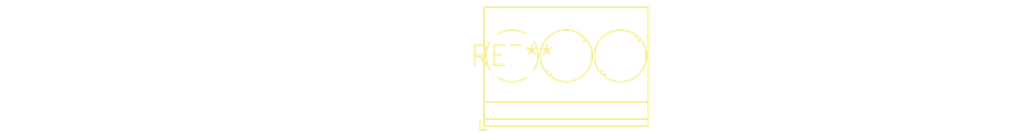
<source format=kicad_pcb>
(kicad_pcb (version 20240108) (generator pcbnew)
  (layers (0 "F.Cu" signal) (31 "B.Cu" signal) (34 "B.Paste" user) (35 "F.Paste" user) (36 "B.SilkS" user "B.Silkscreen") (37 "F.SilkS" user "F.Silkscreen") (38 "B.Mask" user) (39 "F.Mask" user) (44 "Edge.Cuts" user))
  (net 0 "")
  (footprint "TerminalBlock_Phoenix_PT-1,5-3-3.5-H_1x03_P3.50mm_Horizontal" (layer "F.Cu") (at 0 0)
    (property "Reference" "REF**")
    (property "Value" "TerminalBlock_Phoenix_PT-1,5-3-3.5-H_1x03_P3.50mm_Horizontal")
    (fp_line (start -2.05 4.16) (end -2.05 4.8) (layer "F.SilkS") (stroke (width 0.12)))
    (fp_line (start -2.05 4.8) (end -1.65 4.8) (layer "F.SilkS") (stroke (width 0.12)))
    (fp_line (start -1.81 -3.16) (end -1.81 4.56) (layer "F.SilkS") (stroke (width 0.12)))
    (fp_line (start -1.81 -3.16) (end 8.81 -3.16) (layer "F.SilkS") (stroke (width 0.12)))
    (fp_line (start -1.81 3) (end 8.81 3) (layer "F.SilkS") (stroke (width 0.12)))
    (fp_line (start -1.81 4.1) (end 8.81 4.1) (layer "F.SilkS") (stroke (width 0.12)))
    (fp_line (start -1.81 4.56) (end 8.81 4.56) (layer "F.SilkS") (stroke (width 0.12)))
    (fp_line (start 2.355 0.941) (end 2.226 1.069) (layer "F.SilkS") (stroke (width 0.12)))
    (fp_line (start 2.525 1.181) (end 2.431 1.274) (layer "F.SilkS") (stroke (width 0.12)))
    (fp_line (start 4.57 -1.275) (end 4.476 -1.181) (layer "F.SilkS") (stroke (width 0.12)))
    (fp_line (start 4.775 -1.069) (end 4.646 -0.941) (layer "F.SilkS") (stroke (width 0.12)))
    (fp_line (start 5.855 0.941) (end 5.726 1.069) (layer "F.SilkS") (stroke (width 0.12)))
    (fp_line (start 6.025 1.181) (end 5.931 1.274) (layer "F.SilkS") (stroke (width 0.12)))
    (fp_line (start 8.07 -1.275) (end 7.976 -1.181) (layer "F.SilkS") (stroke (width 0.12)))
    (fp_line (start 8.275 -1.069) (end 8.146 -0.941) (layer "F.SilkS") (stroke (width 0.12)))
    (fp_line (start 8.81 -3.16) (end 8.81 4.56) (layer "F.SilkS") (stroke (width 0.12)))
    (fp_arc (start -1.425358 0.889894) (mid -1.680286 0.014012) (end -1.44 -0.866) (layer "F.SilkS") (stroke (width 0.12)))
    (fp_arc (start -0.889894 -1.425358) (mid -0.014012 -1.680286) (end 0.866 -1.44) (layer "F.SilkS") (stroke (width 0.12)))
    (fp_arc (start 0.028674 1.680099) (mid -0.435535 1.622918) (end -0.866 1.44) (layer "F.SilkS") (stroke (width 0.12)))
    (fp_arc (start 0.890264 1.424721) (mid 0.463071 1.61492) (end 0 1.68) (layer "F.SilkS") (stroke (width 0.12)))
    (fp_arc (start 1.425504 -0.890193) (mid 1.680626 0.000476) (end 1.425 0.891) (layer "F.SilkS") (stroke (width 0.12)))
    (fp_circle (center 3.5 0) (end 5.18 0) (layer "F.SilkS") (stroke (width 0.12)) (fill none))
    (fp_circle (center 7 0) (end 8.68 0) (layer "F.SilkS") (stroke (width 0.12)) (fill none))
    (pad "1" thru_hole rect (at 0 0) (size 2.4 2.4) (drill 1.2) (layers *.Cu *.Mask) (remove_unused_layers))
    (pad "2" thru_hole circle (at 3.5 0) (size 2.4 2.4) (drill 1.2) (layers *.Cu *.Mask) (remove_unused_layers))
    (pad "3" thru_hole circle (at 7 0) (size 2.4 2.4) (drill 1.2) (layers *.Cu *.Mask) (remove_unused_layers))
  )
)
</source>
